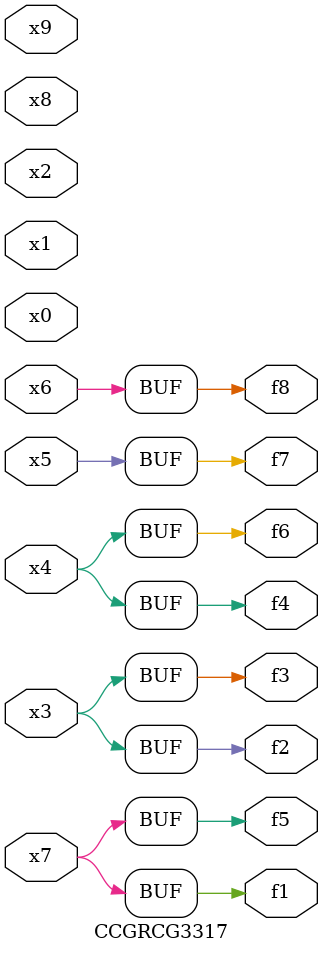
<source format=v>
module CCGRCG3317(
	input x0, x1, x2, x3, x4, x5, x6, x7, x8, x9,
	output f1, f2, f3, f4, f5, f6, f7, f8
);
	assign f1 = x7;
	assign f2 = x3;
	assign f3 = x3;
	assign f4 = x4;
	assign f5 = x7;
	assign f6 = x4;
	assign f7 = x5;
	assign f8 = x6;
endmodule

</source>
